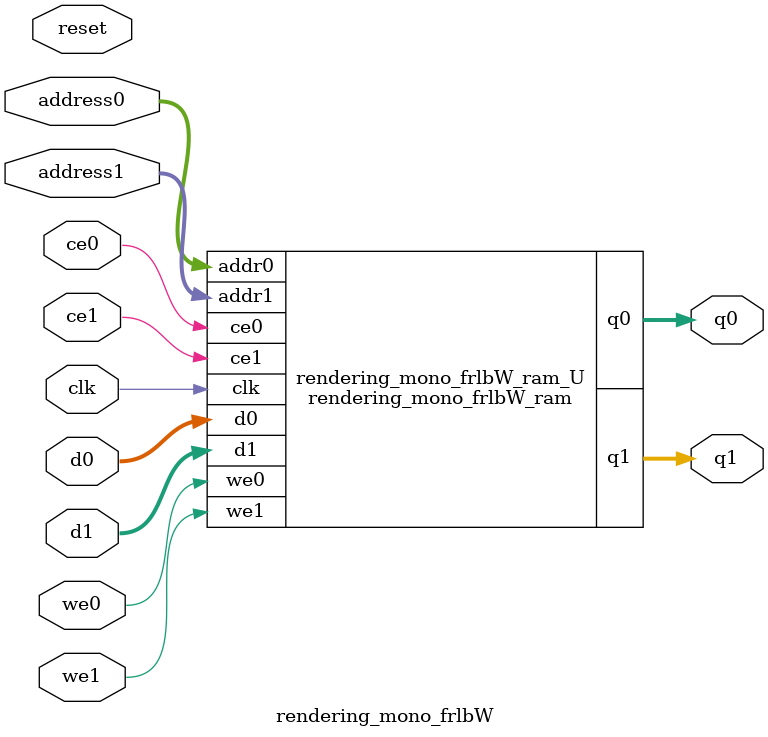
<source format=v>
`timescale 1 ns / 1 ps
module rendering_mono_frlbW_ram (addr0, ce0, d0, we0, q0, addr1, ce1, d1, we1, q1,  clk);

parameter DWIDTH = 8;
parameter AWIDTH = 16;
parameter MEM_SIZE = 65536;

input[AWIDTH-1:0] addr0;
input ce0;
input[DWIDTH-1:0] d0;
input we0;
output reg[DWIDTH-1:0] q0;
input[AWIDTH-1:0] addr1;
input ce1;
input[DWIDTH-1:0] d1;
input we1;
output reg[DWIDTH-1:0] q1;
input clk;

(* ram_style = "block" *)reg [DWIDTH-1:0] ram[0:MEM_SIZE-1];




always @(posedge clk)  
begin 
    if (ce0) begin
        if (we0) 
            ram[addr0] <= d0; 
        q0 <= ram[addr0];
    end
end


always @(posedge clk)  
begin 
    if (ce1) begin
        if (we1) 
            ram[addr1] <= d1; 
        q1 <= ram[addr1];
    end
end


endmodule

`timescale 1 ns / 1 ps
module rendering_mono_frlbW(
    reset,
    clk,
    address0,
    ce0,
    we0,
    d0,
    q0,
    address1,
    ce1,
    we1,
    d1,
    q1);

parameter DataWidth = 32'd8;
parameter AddressRange = 32'd65536;
parameter AddressWidth = 32'd16;
input reset;
input clk;
input[AddressWidth - 1:0] address0;
input ce0;
input we0;
input[DataWidth - 1:0] d0;
output[DataWidth - 1:0] q0;
input[AddressWidth - 1:0] address1;
input ce1;
input we1;
input[DataWidth - 1:0] d1;
output[DataWidth - 1:0] q1;



rendering_mono_frlbW_ram rendering_mono_frlbW_ram_U(
    .clk( clk ),
    .addr0( address0 ),
    .ce0( ce0 ),
    .we0( we0 ),
    .d0( d0 ),
    .q0( q0 ),
    .addr1( address1 ),
    .ce1( ce1 ),
    .we1( we1 ),
    .d1( d1 ),
    .q1( q1 ));

endmodule


</source>
